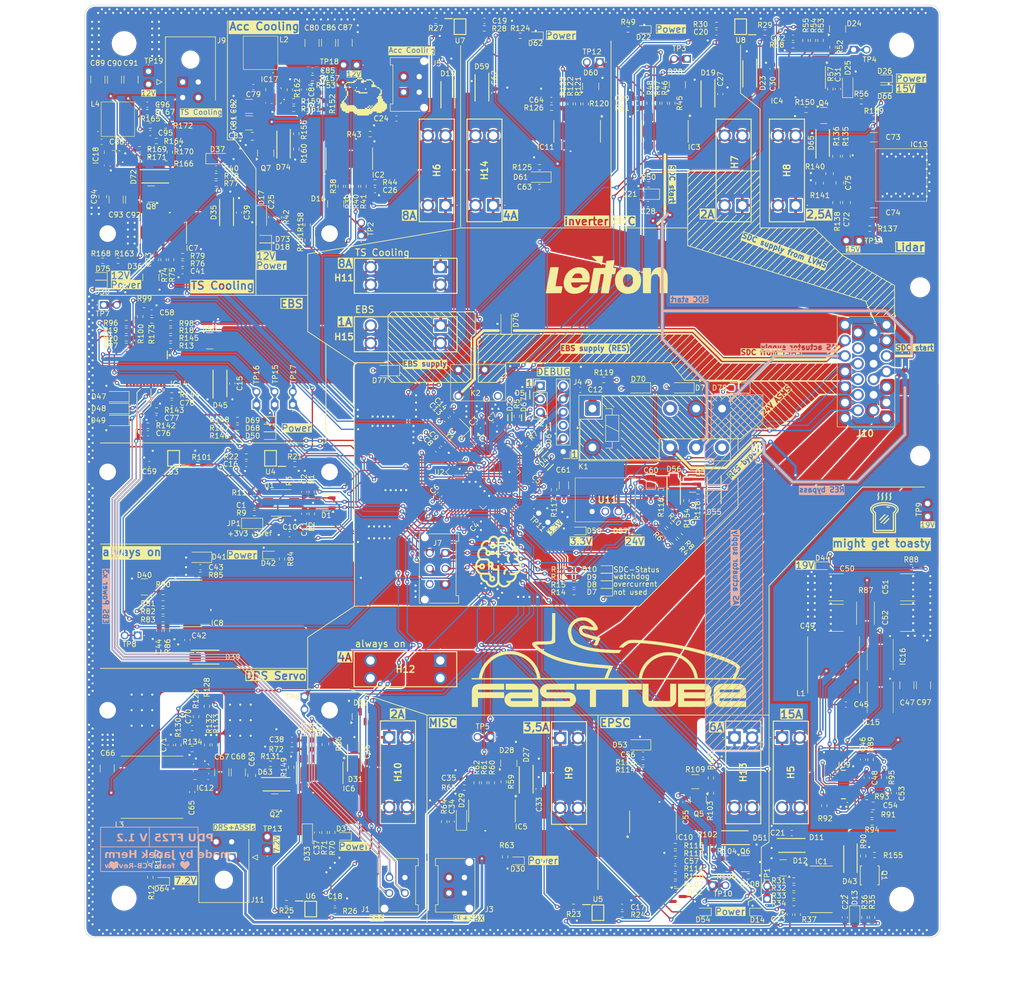
<source format=kicad_pcb>
(kicad_pcb
	(version 20240108)
	(generator "pcbnew")
	(generator_version "8.0")
	(general
		(thickness 1.6)
		(legacy_teardrops no)
	)
	(paper "A3")
	(title_block
		(title "PDU FT25")
		(date "2025-01-15")
		(rev "V1.2")
		(company "Janek Herm")
		(comment 1 "FasTTUBe Electronics")
	)
	(layers
		(0 "F.Cu" signal)
		(1 "In1.Cu" power)
		(2 "In2.Cu" signal)
		(31 "B.Cu" mixed)
		(32 "B.Adhes" user "B.Adhesive")
		(33 "F.Adhes" user "F.Adhesive")
		(34 "B.Paste" user)
		(35 "F.Paste" user)
		(36 "B.SilkS" user "B.Silkscreen")
		(37 "F.SilkS" user "F.Silkscreen")
		(38 "B.Mask" user)
		(39 "F.Mask" user)
		(40 "Dwgs.User" user "User.Drawings")
		(41 "Cmts.User" user "User.Comments")
		(42 "Eco1.User" user "User.Eco1")
		(43 "Eco2.User" user "User.Eco2")
		(44 "Edge.Cuts" user)
		(45 "Margin" user)
		(46 "B.CrtYd" user "B.Courtyard")
		(47 "F.CrtYd" user "F.Courtyard")
		(48 "B.Fab" user)
		(49 "F.Fab" user)
		(50 "User.1" user)
		(51 "User.2" user)
		(52 "User.3" user)
		(53 "User.4" user)
		(54 "User.5" user)
		(55 "User.6" user)
		(56 "User.7" user)
		(57 "User.8" user)
		(58 "User.9" user)
	)
	(setup
		(stackup
			(layer "F.SilkS"
				(type "Top Silk Screen")
			)
			(layer "F.Paste"
				(type "Top Solder Paste")
			)
			(layer "F.Mask"
				(type "Top Solder Mask")
				(thickness 0.01)
			)
			(layer "F.Cu"
				(type "copper")
				(thickness 0.035)
			)
			(layer "dielectric 1"
				(type "prepreg")
				(thickness 0.1)
				(material "FR4")
				(epsilon_r 4.5)
				(loss_tangent 0.02)
			)
			(layer "In1.Cu"
				(type "copper")
				(thickness 0.035)
			)
			(layer "dielectric 2"
				(type "core")
				(thickness 1.24)
				(material "FR4")
				(epsilon_r 4.5)
				(loss_tangent 0.02)
			)
			(layer "In2.Cu"
				(type "copper")
				(thickness 0.035)
			)
			(layer "dielectric 3"
				(type "prepreg")
				(thickness 0.1)
				(material "FR4")
				(epsilon_r 4.5)
				(loss_tangent 0.02)
			)
			(layer "B.Cu"
				(type "copper")
				(thickness 0.035)
			)
			(layer "B.Mask"
				(type "Bottom Solder Mask")
				(thickness 0.01)
			)
			(layer "B.Paste"
				(type "Bottom Solder Paste")
			)
			(layer "B.SilkS"
				(type "Bottom Silk Screen")
			)
			(copper_finish "None")
			(dielectric_constraints no)
		)
		(pad_to_mask_clearance 0)
		(allow_soldermask_bridges_in_footprints no)
		(pcbplotparams
			(layerselection 0x00010fc_ffffffff)
			(plot_on_all_layers_selection 0x0000000_00000000)
			(disableapertmacros no)
			(usegerberextensions no)
			(usegerberattributes yes)
			(usegerberadvancedattributes yes)
			(creategerberjobfile yes)
			(dashed_line_dash_ratio 12.000000)
			(dashed_line_gap_ratio 3.000000)
			(svgprecision 4)
			(plotframeref no)
			(viasonmask no)
			(mode 1)
			(useauxorigin no)
			(hpglpennumber 1)
			(hpglpenspeed 20)
			(hpglpendiameter 15.000000)
			(pdf_front_fp_property_popups yes)
			(pdf_back_fp_property_popups yes)
			(dxfpolygonmode yes)
			(dxfimperialunits yes)
			(dxfusepcbnewfont yes)
			(psnegative no)
			(psa4output no)
			(plotreference yes)
			(plotvalue yes)
			(plotfptext yes)
			(plotinvisibletext no)
			(sketchpadsonfab no)
			(subtractmaskfromsilk no)
			(outputformat 1)
			(mirror no)
			(drillshape 1)
			(scaleselection 1)
			(outputdirectory "")
		)
	)
	(net 0 "")
	(net 1 "GND")
	(net 2 "+3V3")
	(net 3 "stdCAN_H")
	(net 4 "/MCU/Vref")
	(net 5 "stdCAN_L")
	(net 6 "/MCU/NRST")
	(net 7 "Net-(D11-A2)")
	(net 8 "/powerstages/P_Out6a")
	(net 9 "/powerstages/IS4")
	(net 10 "Net-(D15-A2)")
	(net 11 "/connectors/P_Out1")
	(net 12 "/powerstages/IS1")
	(net 13 "Net-(D19-A2)")
	(net 14 "/powerstages/IS10")
	(net 15 "Net-(D23-A2)")
	(net 16 "/powerstages/P_Out9a")
	(net 17 "/powerstages/IS7")
	(net 18 "Net-(D27-A2)")
	(net 19 "/connectors/P_Out8")
	(net 20 "/powerstages/IS8")
	(net 21 "Net-(D31-A2)")
	(net 22 "/powerstages/P_Out5a")
	(net 23 "/powerstages/IS3")
	(net 24 "Net-(D35-A2)")
	(net 25 "/connectors/P_Out2")
	(net 26 "/powerstages/IS2")
	(net 27 "/connectors/P_Out9")
	(net 28 "/powerstages/IS9")
	(net 29 "Net-(IC9-CBOOT)")
	(net 30 "Net-(IC9-SW)")
	(net 31 "Net-(IC9-VCC)")
	(net 32 "Net-(D43-K)")
	(net 33 "Net-(IC9-PFM{slash}SYNC)")
	(net 34 "/connectors/P_Out4")
	(net 35 "Net-(C53-Pad2)")
	(net 36 "Net-(IC9-EXTCOMP)")
	(net 37 "Net-(D51-A2)")
	(net 38 "/connectors/P_Out5")
	(net 39 "/powerstages/IS5")
	(net 40 "Net-(D56-K)")
	(net 41 "Net-(D59-A2)")
	(net 42 "/connectors/P_Out6")
	(net 43 "/powerstages/IS6")
	(net 44 "Net-(IC12-SW)")
	(net 45 "Net-(IC12-BOOT)")
	(net 46 "/connectors/P_Out3")
	(net 47 "Net-(D63-K)")
	(net 48 "Net-(IC12-FB)")
	(net 49 "Net-(IC12-SS)")
	(net 50 "/connectors/P_Out7")
	(net 51 "Net-(IC13-FB)")
	(net 52 "Net-(D65-K)")
	(net 53 "Net-(IC13-SS)")
	(net 54 "/MCU/SWCLK")
	(net 55 "/MCU/SWDIO")
	(net 56 "/MCU/UART_RX")
	(net 57 "/MCU/UART_TX")
	(net 58 "Net-(D7-A)")
	(net 59 "Net-(D8-A)")
	(net 60 "Net-(D9-A)")
	(net 61 "Net-(D10-A)")
	(net 62 "Net-(D12-A)")
	(net 63 "unconnected-(D12-NC-Pad2)")
	(net 64 "Net-(D14-A)")
	(net 65 "Net-(D16-A)")
	(net 66 "unconnected-(D16-NC-Pad2)")
	(net 67 "Net-(D18-A)")
	(net 68 "Net-(D20-A)")
	(net 69 "unconnected-(D20-NC-Pad2)")
	(net 70 "Net-(D22-A)")
	(net 71 "Net-(D24-A)")
	(net 72 "unconnected-(D24-NC-Pad2)")
	(net 73 "Net-(D26-A)")
	(net 74 "Net-(D28-A)")
	(net 75 "unconnected-(D28-NC-Pad2)")
	(net 76 "Net-(D30-A)")
	(net 77 "unconnected-(D32-NC-Pad2)")
	(net 78 "Net-(D32-A)")
	(net 79 "Net-(D34-A)")
	(net 80 "Net-(D36-A)")
	(net 81 "unconnected-(D36-NC-Pad2)")
	(net 82 "Net-(D38-A)")
	(net 83 "Net-(D43-A)")
	(net 84 "Net-(D44-A)")
	(net 85 "Net-(D45-A2)")
	(net 86 "/powerstages/IS11")
	(net 87 "/connectors/P_Out12")
	(net 88 "unconnected-(D52-NC-Pad2)")
	(net 89 "Net-(D52-A)")
	(net 90 "Net-(D54-A)")
	(net 91 "Net-(D56-A)")
	(net 92 "Net-(D57-A)")
	(net 93 "Net-(D58-A)")
	(net 94 "unconnected-(D60-NC-Pad2)")
	(net 95 "Net-(D60-A)")
	(net 96 "Net-(D62-A)")
	(net 97 "Net-(D63-A)")
	(net 98 "Net-(D64-A)")
	(net 99 "Net-(D65-A)")
	(net 100 "Net-(D66-A)")
	(net 101 "/connectors/P_Out11")
	(net 102 "/connectors/P_Out10")
	(net 103 "Net-(D46-A)")
	(net 104 "+24V")
	(net 105 "Net-(IC1-IS)")
	(net 106 "Net-(IC1-GND)")
	(net 107 "Net-(IC1-IN)")
	(net 108 "Net-(IC1-DEN)")
	(net 109 "Net-(IC2-IS)")
	(net 110 "Net-(IC2-IN)")
	(net 111 "Net-(IC2-DEN)")
	(net 112 "Net-(IC2-GND)")
	(net 113 "Net-(IC3-IN)")
	(net 114 "Net-(IC3-GND)")
	(net 115 "Net-(IC3-IS)")
	(net 116 "Net-(IC3-DEN)")
	(net 117 "Net-(IC4-IN)")
	(net 118 "Net-(IC4-GND)")
	(net 119 "Net-(IC4-IS)")
	(net 120 "Net-(IC4-DEN)")
	(net 121 "Net-(IC5-GND)")
	(net 122 "Net-(IC5-DEN)")
	(net 123 "Net-(IC5-IS)")
	(net 124 "Net-(IC5-IN)")
	(net 125 "Net-(IC6-GND)")
	(net 126 "Net-(IC6-IN)")
	(net 127 "Net-(IC6-DEN)")
	(net 128 "Net-(IC6-IS)")
	(net 129 "Net-(IC7-IN)")
	(net 130 "Net-(IC7-IS)")
	(net 131 "Net-(IC7-GND)")
	(net 132 "Net-(IC7-DEN)")
	(net 133 "Net-(IC9-CNFG)")
	(net 134 "Net-(IC9-PG{slash}SYNCOUT)")
	(net 135 "Net-(IC9-RT)")
	(net 136 "Net-(IC9-ISNS+)")
	(net 137 "Net-(IC9-HO)")
	(net 138 "Net-(IC9-LO)")
	(net 139 "Net-(IC9-FB)")
	(net 140 "Net-(IC10-IS)")
	(net 141 "Net-(IC10-IN)")
	(net 142 "Net-(IC10-DEN)")
	(net 143 "Net-(IC10-GND)")
	(net 144 "Net-(IC11-DEN)")
	(net 145 "Net-(IC11-IS)")
	(net 146 "Net-(IC11-IN)")
	(net 147 "Net-(IC11-GND)")
	(net 148 "Net-(IC12-PG)")
	(net 149 "Net-(IC12-MODE)")
	(net 150 "Net-(IC12-EN)")
	(net 151 "Net-(IC13-RON)")
	(net 152 "Net-(IC13-EN)")
	(net 153 "/MCU/SWO")
	(net 154 "FDCAN_H")
	(net 155 "FDCAN_L")
	(net 156 "/RBR/SDC bypass")
	(net 157 "24V ASMS")
	(net 158 "Net-(JP1-C)")
	(net 159 "unconnected-(K1-Pad12)")
	(net 160 "unconnected-(K1-Pad24)")
	(net 161 "Net-(K1-PadA1)")
	(net 162 "unconnected-(D46-NC-Pad2)")
	(net 163 "Net-(IC14-DSEL1)")
	(net 164 "Net-(Q5-D)")
	(net 165 "Net-(Q5-G)")
	(net 166 "Net-(Q6-G)")
	(net 167 "Net-(Q6-D)")
	(net 168 "Net-(U1-Rs)")
	(net 169 "Net-(U2-PA0)")
	(net 170 "Net-(U2-BOOT0)")
	(net 171 "Net-(U2-PC0)")
	(net 172 "Net-(U2-PA11)")
	(net 173 "/MCU/CAN_RX")
	(net 174 "/MCU/CAN_TX")
	(net 175 "Net-(U2-PA12)")
	(net 176 "unconnected-(U2-PB7-Pad59)")
	(net 177 "unconnected-(U2-PA15-Pad50)")
	(net 178 "/MCU/STATUS_LED1")
	(net 179 "/MCU/STATUS_LED2")
	(net 180 "/MCU/STATUS_LED3")
	(net 181 "/MCU/STATUS_LED4")
	(net 182 "Net-(R12-Pad1)")
	(net 183 "Net-(U4A--)")
	(net 184 "/MCU/ISENSE1")
	(net 185 "Net-(U4B--)")
	(net 186 "/MCU/ISENSE2")
	(net 187 "/MCU/ISENSE3")
	(net 188 "Net-(U5A--)")
	(net 189 "Net-(U5B--)")
	(net 190 "/MCU/ISENSE4")
	(net 191 "/MCU/ISENSE5")
	(net 192 "Net-(U6A--)")
	(net 193 "Net-(U6B--)")
	(net 194 "/MCU/ISENSE6")
	(net 195 "/MCU/ISENSE7")
	(net 196 "Net-(U7A--)")
	(net 197 "Net-(U7B--)")
	(net 198 "/MCU/ISENSE8")
	(net 199 "/MCU/ISENSE9")
	(net 200 "Net-(U8A--)")
	(net 201 "Net-(U8B--)")
	(net 202 "/MCU/ISENSE10")
	(net 203 "/MCU/IN4")
	(net 204 "/MCU/IN1")
	(net 205 "/MCU/IN10")
	(net 206 "/MCU/IN7")
	(net 207 "/MCU/IN8")
	(net 208 "/MCU/IN3")
	(net 209 "/MCU/IN2")
	(net 210 "/MCU/IN9")
	(net 211 "/MCU/IN11")
	(net 212 "/MCU/IN12")
	(net 213 "/MCU/IN13")
	(net 214 "/MCU/PC_Read")
	(net 215 "/MCU/PC_EN")
	(net 216 "/MCU/IN5")
	(net 217 "/MCU/IN6")
	(net 218 "/MCU/XTAL_OUT")
	(net 219 "unconnected-(U2-PC5-Pad25)")
	(net 220 "Net-(IC14-GND)")
	(net 221 "unconnected-(U2-PC12-Pad53)")
	(net 222 "Net-(IC14-DEN)")
	(net 223 "Net-(IC14-IN2)")
	(net 224 "/MCU/XTAL_IN")
	(net 225 "unconnected-(U2-PD2-Pad54)")
	(net 226 "unconnected-(IC14-OUT3-Pad13)")
	(net 227 "Net-(IC14-IN0)")
	(net 228 "Net-(IC14-IN3)")
	(net 229 "Net-(IC14-DSEL0)")
	(net 230 "Net-(IC14-IN1)")
	(net 231 "Net-(IC14-IS)")
	(net 232 "/MCU/DSEL0")
	(net 233 "/MCU/DSEL1")
	(net 234 "Net-(U3A--)")
	(net 235 "/MCU/ISENSE11")
	(net 236 "Net-(U3B--)")
	(net 237 "unconnected-(IC9-NC_1-Pad1)")
	(net 238 "unconnected-(IC9-NC_2-Pad2)")
	(net 239 "unconnected-(IC9-NC_4-Pad23)")
	(net 240 "unconnected-(IC9-NC_3-Pad22)")
	(net 241 "unconnected-(IC9-NC_5-Pad24)")
	(net 242 "Net-(D50-A)")
	(net 243 "Net-(D68-A)")
	(net 244 "Net-(D69-A)")
	(net 245 "/connectors/P_Out14")
	(net 246 "/connectors/P_Out13")
	(net 247 "Net-(IC17-SW)")
	(net 248 "Net-(IC17-BOOT)")
	(net 249 "Net-(D72-K)")
	(net 250 "Net-(IC17-FB)")
	(net 251 "Net-(IC17-SS)")
	(net 252 "Net-(IC18-BOOT)")
	(net 253 "Net-(IC18-SW)")
	(net 254 "Net-(D74-K)")
	(net 255 "Net-(IC18-FB)")
	(net 256 "Net-(IC18-SS)")
	(net 257 "Net-(D72-A)")
	(net 258 "Net-(D73-A)")
	(net 259 "Net-(D74-A)")
	(net 260 "Net-(D75-A)")
	(net 261 "Net-(IC17-PG)")
	(net 262 "Net-(IC17-MODE)")
	(net 263 "Net-(IC17-EN)")
	(net 264 "Net-(IC18-PG)")
	(net 265 "Net-(IC18-MODE)")
	(net 266 "Net-(IC18-EN)")
	(net 267 "Net-(R151-Pad2)")
	(net 268 "Net-(R163-Pad2)")
	(net 269 "EBS supply")
	(net 270 "AS actuator supply")
	(net 271 "unconnected-(IC1-NC-Pad7)")
	(net 272 "unconnected-(IC1-NC-Pad1)")
	(net 273 "unconnected-(IC1-NC-Pad14)")
	(net 274 "unconnected-(IC1-NC-Pad8)")
	(net 275 "unconnected-(IC1-NC-Pad9)")
	(net 276 "unconnected-(IC1-NC-Pad13)")
	(net 277 "unconnected-(IC1-NC-Pad2)")
	(net 278 "unconnected-(IC2-NC-Pad2)")
	(net 279 "unconnected-(IC2-NC-Pad7)")
	(net 280 "unconnected-(IC2-NC-Pad8)")
	(net 281 "unconnected-(IC2-NC-Pad14)")
	(net 282 "unconnected-(IC2-NC-Pad1)")
	(net 283 "unconnected-(IC2-NC-Pad9)")
	(net 284 "unconnected-(IC2-NC-Pad13)")
	(net 285 "unconnected-(IC3-NC-Pad8)")
	(net 286 "unconnected-(IC3-NC-Pad1)")
	(net 287 "unconnected-(IC3-NC-Pad7)")
	(net 288 "unconnected-(IC3-NC-Pad14)")
	(net 289 "unconnected-(IC3-NC-Pad13)")
	(net 290 "unconnected-(IC3-NC-Pad9)")
	(net 291 "unconnected-(IC3-NC-Pad2)")
	(net 292 "unconnected-(IC4-NC-Pad2)")
	(net 293 "unconnected-(IC4-NC-Pad1)")
	(net 294 "unconnected-(IC4-NC-Pad13)")
	(net 295 "unconnected-(IC4-NC-Pad7)")
	(net 296 "unconnected-(IC4-NC-Pad9)")
	(net 297 "unconnected-(IC4-NC-Pad8)")
	(net 298 "unconnected-(IC4-NC-Pad14)")
	(net 299 "unconnected-(IC5-NC-Pad1)")
	(net 300 "unconnected-(IC5-NC-Pad8)")
	(net 301 "unconnected-(IC5-NC-Pad9)")
	(net 302 "unconnected-(IC5-NC-Pad14)")
	(net 303 "unconnected-(IC5-NC-Pad13)")
	(net 304 "unconnected-(IC5-NC-Pad2)")
	(net 305 "unconnected-(IC5-NC-Pad7)")
	(net 306 "unconnected-(IC6-NC-Pad14)")
	(net 307 "unconnected-(IC6-NC-Pad2)")
	(net 308 "unconnected-(IC6-NC-Pad7)")
	(net 309 "unconnected-(IC6-NC-Pad1)")
	(net 310 "unconnected-(IC6-NC-Pad9)")
	(net 311 "unconnected-(IC6-NC-Pad8)")
	(net 312 "unconnected-(IC6-NC-Pad13)")
	(net 313 "unconnected-(IC7-NC-Pad1)")
	(net 314 "unconnected-(IC7-NC-Pad9)")
	(net 315 "unconnected-(IC7-NC-Pad14)")
	(net 316 "unconnected-(IC7-NC-Pad13)")
	(net 317 "unconnected-(IC7-NC-Pad7)")
	(net 318 "unconnected-(IC7-NC-Pad8)")
	(net 319 "unconnected-(IC7-NC-Pad2)")
	(net 320 "unconnected-(IC10-NC-Pad14)")
	(net 321 "unconnected-(IC10-NC-Pad8)")
	(net 322 "unconnected-(IC10-NC-Pad13)")
	(net 323 "unconnected-(IC10-NC-Pad9)")
	(net 324 "unconnected-(IC10-NC-Pad1)")
	(net 325 "unconnected-(IC10-NC-Pad7)")
	(net 326 "unconnected-(IC10-NC-Pad2)")
	(net 327 "unconnected-(IC11-NC-Pad1)")
	(net 328 "unconnected-(IC11-NC-Pad13)")
	(net 329 "unconnected-(IC11-NC-Pad2)")
	(net 330 "unconnected-(IC11-NC-Pad7)")
	(net 331 "unconnected-(IC11-NC-Pad9)")
	(net 332 "unconnected-(IC11-NC-Pad8)")
	(net 333 "unconnected-(IC11-NC-Pad14)")
	(net 334 "unconnected-(IC14-NC-Pad21)")
	(net 335 "unconnected-(IC14-NC-Pad19)")
	(net 336 "unconnected-(IC14-NC-Pad15)")
	(net 337 "unconnected-(IC14-NC-Pad18)")
	(net 338 "unconnected-(IC14-NC-Pad23)")
	(net 339 "unconnected-(IC14-NC-Pad22)")
	(net 340 "unconnected-(IC14-NC-Pad14)")
	(net 341 "unconnected-(IC14-NC-Pad12)")
	(net 342 "unconnected-(IC14-NC-Pad1)")
	(net 343 "unconnected-(IC14-NC-Pad16)")
	(net 344 "/EBSR/EBS power")
	(net 345 "unconnected-(U2-PC14-Pad3)")
	(net 346 "unconnected-(U2-PC15-Pad4)")
	(net 347 "unconnected-(U2-PC13-Pad2)")
	(net 348 "Net-(R100-Pad1)")
	(net 349 "/RBR/RES")
	(net 350 "TSMS SDC")
	(net 351 "unconnected-(J10-Pin_12-Pad12)")
	(net 352 "unconnected-(IC14-NC-Pad3)")
	(net 353 "unconnected-(U2-PB0-Pad26)")
	(net 354 "Net-(D39-A2)")
	(net 355 "unconnected-(D40-NC-Pad2)")
	(net 356 "Net-(D40-A)")
	(net 357 "Net-(D42-A)")
	(net 358 "unconnected-(IC8-NC-Pad8)")
	(net 359 "unconnected-(IC8-NC-Pad13)")
	(net 360 "Net-(IC8-IN)")
	(net 361 "unconnected-(IC8-NC-Pad9)")
	(net 362 "unconnected-(IC8-NC-Pad1)")
	(net 363 "Net-(IC8-DEN)")
	(net 364 "Net-(IC8-GND)")
	(net 365 "Net-(IC8-IS)")
	(net 366 "unconnected-(IC8-NC-Pad2)")
	(net 367 "unconnected-(IC8-NC-Pad14)")
	(net 368 "unconnected-(IC8-NC-Pad7)")
	(footprint "5025:5025" (layer "F.Cu") (at 165.32 98.46 90))
	(footprint "Resistor_SMD:R_0603_1608Metric" (layer "F.Cu") (at 161.375 88.955 90))
	(footprint "Resistor_SMD:R_0603_1608Metric" (layer "F.Cu") (at 128.645 103.135 -90))
	(footprint "Capacitor_SMD:C_1210_3225Metric" (layer "F.Cu") (at 162.225 61.275 90))
	(footprint "BTT6010-1ERB:SOIC14_BTT6010-1ERB_INF" (layer "F.Cu") (at 163.019 83.649799 90))
	(footprint "824501241:DIOM5127X250N" (layer "F.Cu") (at 139.345 93.995 -90))
	(footprint "Resistor_SMD:R_0603_1608Metric" (layer "F.Cu") (at 122.555 83.275))
	(footprint "Package_TO_SOT_SMD:SOT-23" (layer "F.Cu") (at 124.75 106.535 -90))
	(footprint "Package_TO_SOT_SMD:SOT-23" (layer "F.Cu") (at 165.14 191.314998 90))
	(footprint "Resistor_SMD:R_0603_1608Metric" (layer "F.Cu") (at 135.615001 196.775 90))
	(footprint "Resistor_SMD:R_0603_1608Metric" (layer "F.Cu") (at 155.915 68.065))
	(footprint "Capacitor_SMD:C_1210_3225Metric" (layer "F.Cu") (at 143.685 76.725 180))
	(footprint "Resistor_SMD:R_0603_1608Metric" (layer "F.Cu") (at 135.545001 189.315 -90))
	(footprint "LED_SMD:LED_0603_1608Metric" (layer "F.Cu") (at 266.295 70.155 180))
	(footprint "brain:heart" (layer "F.Cu") (at 117.6 220.05))
	(footprint "Resistor_SMD:R_0603_1608Metric" (layer "F.Cu") (at 127.585 77.225))
	(footprint "ESD321DYAR:SODFL1608X77N" (layer "F.Cu") (at 193.99 133.625 -90))
	(footprint "Diode_SMD:D_SOD-123F" (layer "F.Cu") (at 218.94 127.854999 180))
	(footprint "5025:5025" (layer "F.Cu") (at 147.190001 216.99 90))
	(footprint "Resistor_SMD:R_0603_1608Metric" (layer "F.Cu") (at 147.805 200.415))
	(footprint "5025:5025" (layer "F.Cu") (at 261.38 99.44 180))
	(footprint "MountingHole:MountingHole_3.2mm_M3_DIN965_Pad" (layer "F.Cu") (at 116.41 144.08 -90))
	(footprint "Resistor_SMD:R_0603_1608Metric" (layer "F.Cu") (at 254.645 208.515 -90))
	(footprint "3557-15:355715" (layer "F.Cu") (at 180.58 180.485 180))
	(footprint "Resistor_SMD:R_0603_1608Metric" (layer "F.Cu") (at 264.205001 75.855))
	(footprint "Capacitor_SMD:C_0603_1608Metric" (layer "F.Cu") (at 156.795 213.675001 -90))
	(footprint "Resistor_SMD:R_0603_1608Metric" (layer "F.Cu") (at 120.005477 118.297452))
	(footprint "MountingHole:MountingHole_4.3mm_M4" (layer "F.Cu") (at 119.575 226.345))
	(footprint "Capacitor_SMD:C_1210_3225Metric" (layer "F.Cu") (at 138.414747 202.063428 90))
	(footprint "Diode_SMD:D_SOD-123F" (layer "F.Cu") (at 146.065 94.88 -90))
	(footprint "Capacitor_SMD:C_0603_1608Metric" (layer "F.Cu") (at 185.205 203.145 180))
	(footprint "Resistor_SMD:R_0603_1608Metric" (layer "F.Cu") (at 225.925 220.675))
	(footprint "Resistor_SMD:R_0603_1608Metric"
		(layer "F.Cu")
		(uuid "15025461-dcc7-4f61-9542-8f8e8ec99700")
		(at 154.995 99.365 90)
		(descr "Resistor SMD 0603 (1608 Metric), square (rectangular) end terminal, IPC_7351 nominal, (Body size source: IPC-SM-782 page 72, https://www.pcb-3d.com/wordpress/wp-content/uploads/ipc-sm-782a_amendment_1_and_2.pdf), generated with kicad-footprint-generator")
		(tags "resistor")
		(property "Reference" "R151"
			(at -0.35 -1.42 90)
			(layer "F.SilkS")
			(uuid "122f886c-686c-4dca-9df4-687a2b60e366")
			(effects
				(font
					(size 1 1)
					(thickness 0.15)
				)
			)
		)
		(property "Value" "1k"
			(at 0 1.43 90)
			(layer "F.Fab")
			(uuid "a592b584-abae-4bea-8bc8-0a8ffebe0b80")
			(effects
				(font
					(size 1 1)
					(thickness 0.15)
				)
			)
		)
		(property "Footprint" "Resistor_SMD:R_0603_1608Metric"
			(at 0 0 90)
			(unlocked yes)
			(layer "F.Fab")
			(hide yes)
			(uuid "1c5f638a-4832-4642-88d6-97d1baf0f576")
			(effects
				(font
					(size 1.27 1.27)
					(thickness 0.15)
				)
			)
		)
		(property "Datasheet" ""
			(at 0 0 90)
			(unlocked yes)
			(layer "F.Fab")
			(hide yes)
			(uuid "59d60a19-0eeb-4754-9aba-e42d43305fa7")
			(effects
				(font
					(size 1.27 1.27)
					(thickness 0.15)
				)
			)
		)
		(property "Description" "Resistor, small symbol"
			(at 0 0 90)
			(unlocked yes)
			(layer "F.Fab")
			(hide yes)
			(uuid "33615a10-7215-4795-96b9-fa93cea6c121")
			(effects
				(font
					(size 1.27 1.27)
					(thickness 0.15)
				)
			)
		)
		(property ki_fp_filters "R_*")
		(path "/780d04e9-366d-4b48-88f6-229428c96c3a/2688228a-78b0-463b-82bd-42a0dedab640/a31b0199-c63c-4e83-8127-1fac1a9facaf")
		(sheetname "ACC pump DCDC")
		(sheetfile "pumpDCDC.kicad_sch")
		(attr smd)
		(fp_line
			(start -0.237258 -0.5225)
			(end 0.237258 -0.5225)
			(stroke
				(width 0.12)
				(type solid)
			)
			(layer "F.SilkS")
			(uuid "dc8e5fd8-4ca3-4c1d-b1f5-6eaae540711d")
		)
		(fp_line
			(start -0.237258 0.5225)
			(end 0.237258 0.5225)
			(stroke
				(width 0.12)
				(type solid)
			)
			(layer "F.SilkS")
			(uuid "6c0a18d3-6077-4bcb-825a-872d2e6b7716")
		)
		(fp_line
			(start 1.48 -0.73)
			(end 1.48 0.73)
			(stroke
				(width 0.05)
				(type solid)
			)
			(layer "F.CrtYd")
			(uuid "7313f3b4-9a54-4d87-8c75-088e5090a017")
		)
		(fp_line
			(start -1.48 -0.73)
			(end 1.48 -0.73)
			(stroke
				(width 0.05)
				(type solid)
			)
			(layer "F.CrtYd")
			(uuid "6af3927a-7d15-47f2-a5a0-8445f1b4c182")
		)
		(fp_line
			(start 1.48 0.73)
			(end -1.48 0.73)
			(stroke
				(width 0.05)
				(type solid)
			)
			(layer "F.CrtYd")
			(uuid "72e13f33-6639-4f39-84e2-7a3d4ba4715a")
		)
		(fp_line
			(start -1.48 0.73)
			(end -1.48 -0.73)
			(stroke
				(width 0.05)
				(type solid)
			)
			(layer "F.CrtYd")
			(uuid "ff98d762-9a6b-4848-89e9-20b6125bce37")
		)
		(fp_line
			(start 0.8 -0.4125)
			(end 0.8 0.4125)
			(stroke
				(width 0.1)
				(type solid)
			)
			(layer "F.Fab")
			(uuid "fe961a65-105c-43a7-89d7-5c7c44acd8a1")
		)
		(fp_line
			(start -0.8 -0.4125)
			(end 0.8 -0.4125)
			(stroke
				(width 0.1)
				(type solid)
			)
			(layer "F.Fab")
			(uuid "bb8064fe-6479-4ead-87cb-214fa68d7676")
		)
		(fp_line
			(start 0.8 0.4125)
			(end -0.8 0.4125)
			(stroke
				(width 0.1)
				(type solid)
			)
			(layer "F.Fab")
			(uuid "0ba98a26-6841-4152-aae7-55d7e1c78c39")
		)
		(fp_line
			(start -0.8 0.4125)
			(end -0.8 -0.4125)
			(stroke
				(width 0.1)
				(type solid)
			)
			(layer "F.Fab")
			(uuid "5d11a3ad-477d-4115-9465-9e9afb18566f")
		)
		(fp_text user "${REFERENCE}"
			(at 0 0 90)
			(layer "F.Fab")
			(uuid "17fd480c-78e4-42b3-bdb3-934d3a1139dc")
			(effects
				(font
					(size 0.4 0.4)
					(thickness 0.06)
				)
			)
		)
		(pad "1" smd roundrect
			(at -0.825 0 90)
			(size 0.8 0.95)
			(layers "F.Cu" "F.Paste" "F.Mask")
			(roundrect_rratio 0.25)
			(net 11 "/connectors/P_Out1")
			(pintype "passive")
			(teardrops
				(best_length_ratio 0.5)
				(max_length 1)
				(best_width_ratio 1)
				(max_width 2)
				(curve_points 5)
				(filter_ratio 0.9)
				(enabled yes)
				(allow_two_segments yes)
				(prefer_zone_connections yes)
			)
			(uuid "2516c82e-e688-4e41-8475-aa442be74493")
		)
		(pad "2" smd roundrect
			(at 0.825 0 90)
			(size 0.8 0.95)
			(layers "F.Cu" "F.Paste" "F.Mask")
			(roundrect_rratio 0.25)
			(net 267 "Net-(R151-Pad2)")
			(pintype "passive")
			(teardrops
				(best_length_ratio 0.5)
				(max_length 1)
				(best_width_ratio 1)
				(max_width 2)
				(curve_points 5)
				(filter_ratio 0.9)
				(enabled yes)
				(allow_two_segments yes)
				(prefer_zone_connections yes)
	
... [9212204 chars truncated]
</source>
